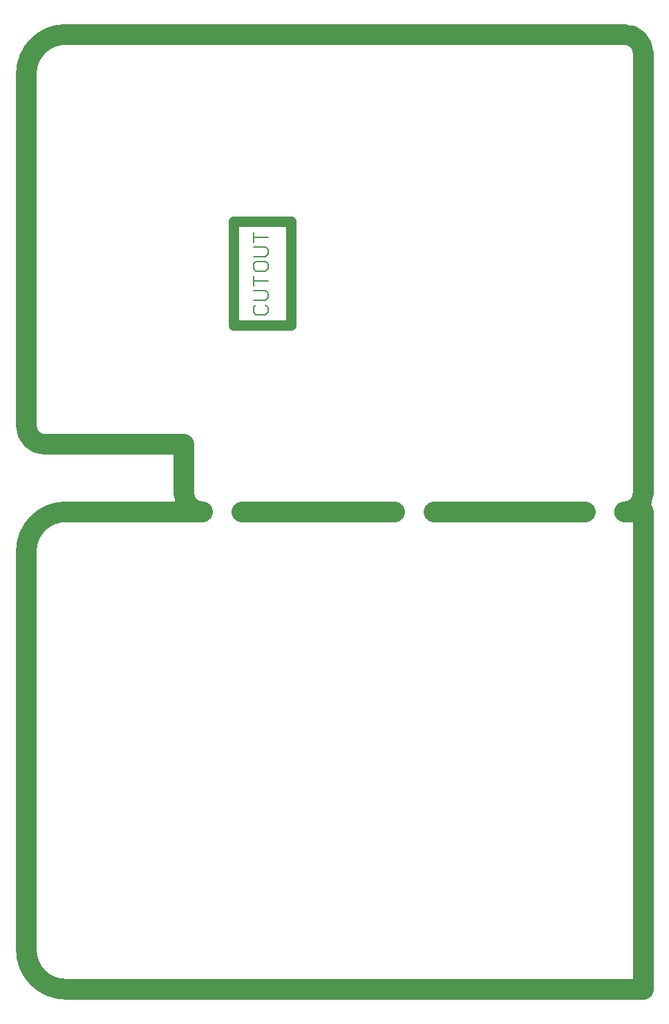
<source format=gbr>
%FSDAX24Y24*%
%MOIN*%
%SFA1B1*%

%IPPOS*%
%ADD43C,0.050000*%
%ADD44C,0.100000*%
%ADD80C,0.005000*%
%LNarray-1*%
%LPD*%
G54D43*
X019500Y046500D02*
Y041500D01*
X022250Y046500D02*
X019500D01*
X022250Y041500D02*
X019500D01*
X022250Y046500D02*
Y041500D01*
G54D44*
X011400Y032500D02*
X018000D01*
X019900D02*
X027250D01*
X029150D02*
X036450D01*
X009500Y011400D02*
D01*
D01*
G75*
G03X011400Y009500I1900J0D01*
G74*G01*
Y032500D02*
D01*
D01*
G75*
G03X009500Y030600I0J-1900D01*
G74*G01*
X038350Y032500D02*
X039250D01*
Y009500D02*
Y032500D01*
X011400Y009500D02*
X039250D01*
X009500Y011400D02*
Y030600D01*
X011400Y055500D02*
D01*
D01*
G75*
G03X009500Y053600I0J-1900D01*
G74*G01*
Y036650D02*
D01*
D01*
G75*
G03X010400Y035750I900J0D01*
G74*G01*
X017100Y033400D02*
D01*
D01*
G75*
G03X018000Y032500I900J0D01*
G74*G01*
X038350D02*
D01*
D01*
G75*
G03X039250Y033400I0J900D01*
G74*G01*
Y054600D02*
D01*
D01*
G75*
G03X038350Y055500I-900J0D01*
G74*G01*
X017100Y035750D02*
X010400D01*
X017100D02*
Y033400D01*
X038350Y055500D02*
X011400D01*
X009500Y053600D02*
Y036650D01*
X039250Y054600D02*
Y033400D01*
G54D80*
X020567Y042467D02*
X020450Y042350D01*
Y042117*
X020567Y042000*
X021033*
X021150Y042117*
Y042350*
X021033Y042467*
X020450Y042700D02*
X021033D01*
X021150Y042816*
Y043050*
X021033Y043166*
X020450*
Y043400D02*
Y043866D01*
Y043633*
X021150*
X020450Y044449D02*
Y044216D01*
X020567Y044099*
X021033*
X021150Y044216*
Y044449*
X021033Y044566*
X020567*
X020450Y044449*
Y044799D02*
X021033D01*
X021150Y044916*
Y045149*
X021033Y045266*
X020450*
Y045499D02*
Y045965D01*
Y045732*
X021150*
M02*
</source>
